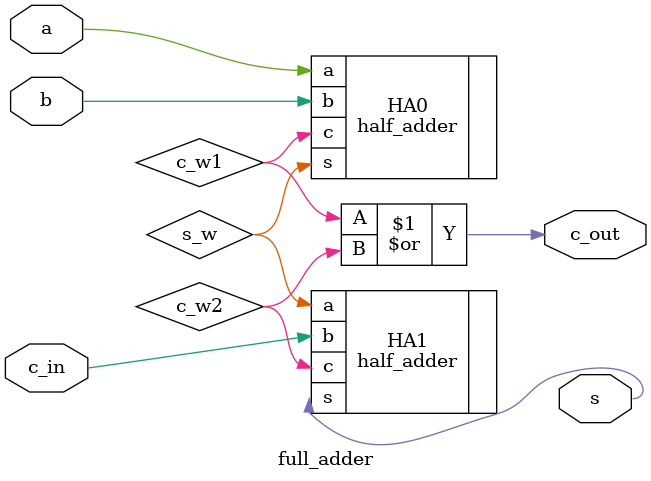
<source format=v>
module full_adder(
    input a,b,c_in,
    output c_out,s

    );
    wire c_w1,c_w2,s_w;
    
    half_adder HA0( .a(a), .b(b), .s(s_w), .c(c_w1));
    half_adder HA1( .a(s_w), .b(c_in), .s(s), .c(c_w2));
    
    assign c_out = c_w1 | c_w2;
    
    
endmodule

</source>
